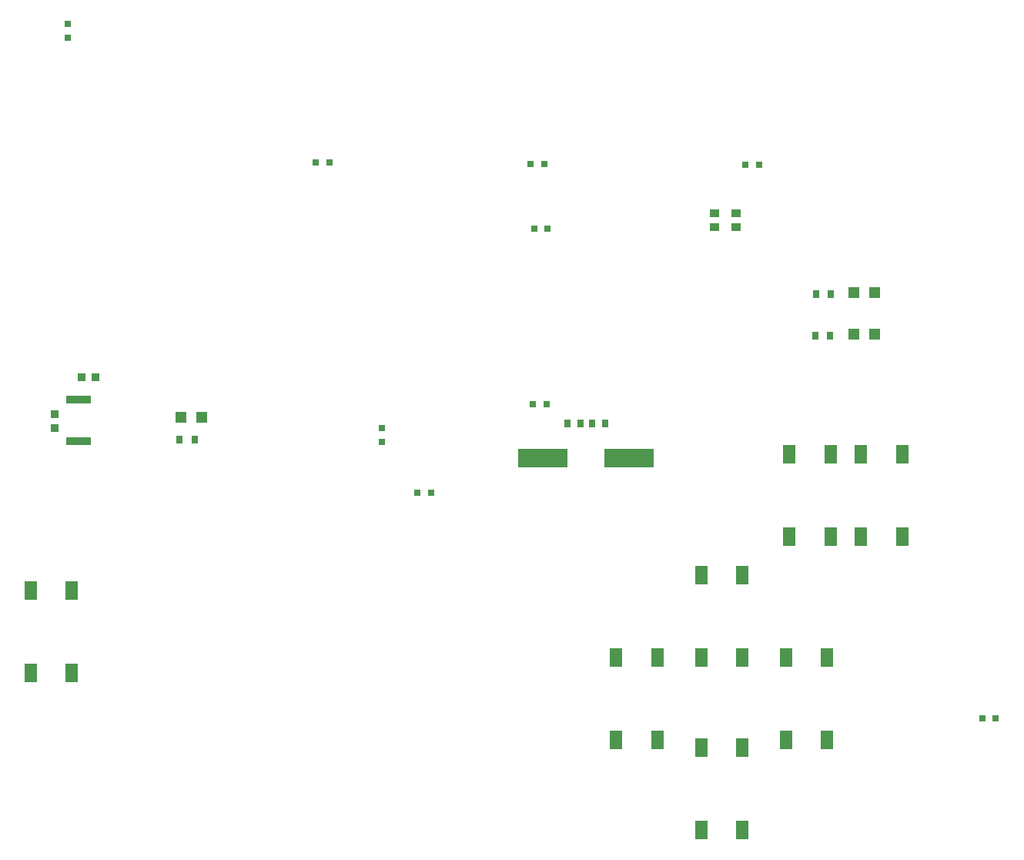
<source format=gbr>
G04*
G04 #@! TF.GenerationSoftware,Altium Limited,Altium Designer,23.3.1 (30)*
G04*
G04 Layer_Color=8421504*
%FSLAX44Y44*%
%MOMM*%
G71*
G04*
G04 #@! TF.SameCoordinates,AB4FAB72-6961-4B24-BA16-F6D923A68503*
G04*
G04*
G04 #@! TF.FilePolarity,Positive*
G04*
G01*
G75*
%ADD16R,5.5000X2.0000*%
%ADD17R,0.6604X0.9398*%
%ADD18R,0.8000X0.8000*%
%ADD19R,0.7900X0.9300*%
%ADD20R,1.1500X1.3000*%
%ADD21R,1.4000X2.1000*%
%ADD22R,0.8000X0.8000*%
%ADD23R,0.9800X0.8500*%
%ADD24R,2.8300X0.9700*%
G04:AMPARAMS|DCode=25|XSize=0.889mm|YSize=0.889mm|CornerRadius=0.1111mm|HoleSize=0mm|Usage=FLASHONLY|Rotation=0.000|XOffset=0mm|YOffset=0mm|HoleType=Round|Shape=RoundedRectangle|*
%AMROUNDEDRECTD25*
21,1,0.8890,0.6668,0,0,0.0*
21,1,0.6668,0.8890,0,0,0.0*
1,1,0.2223,0.3334,-0.3334*
1,1,0.2223,-0.3334,-0.3334*
1,1,0.2223,-0.3334,0.3334*
1,1,0.2223,0.3334,0.3334*
%
%ADD25ROUNDEDRECTD25*%
G04:AMPARAMS|DCode=26|XSize=0.889mm|YSize=0.889mm|CornerRadius=0.1111mm|HoleSize=0mm|Usage=FLASHONLY|Rotation=270.000|XOffset=0mm|YOffset=0mm|HoleType=Round|Shape=RoundedRectangle|*
%AMROUNDEDRECTD26*
21,1,0.8890,0.6668,0,0,270.0*
21,1,0.6668,0.8890,0,0,270.0*
1,1,0.2223,-0.3334,-0.3334*
1,1,0.2223,-0.3334,0.3334*
1,1,0.2223,0.3334,0.3334*
1,1,0.2223,0.3334,-0.3334*
%
%ADD26ROUNDEDRECTD26*%
D16*
X766570Y777240D02*
D03*
X861570D02*
D03*
D17*
X793496Y815340D02*
D03*
X807720D02*
D03*
X835152D02*
D03*
X820928D02*
D03*
D18*
X589280Y810140D02*
D03*
Y795140D02*
D03*
X244161Y1255097D02*
D03*
Y1240097D02*
D03*
D19*
X1083310Y957580D02*
D03*
X1066910D02*
D03*
X1082620Y911860D02*
D03*
X1066220D02*
D03*
X367283Y797779D02*
D03*
X383683D02*
D03*
D20*
X1131390Y913710D02*
D03*
X1108890D02*
D03*
X1131390Y959430D02*
D03*
X1108890D02*
D03*
X369083Y822521D02*
D03*
X391583D02*
D03*
D21*
X1161690Y691100D02*
D03*
Y782100D02*
D03*
X1116690D02*
D03*
Y691100D02*
D03*
X940795Y368520D02*
D03*
Y459520D02*
D03*
X985795D02*
D03*
Y368520D02*
D03*
X203560Y541240D02*
D03*
Y632240D02*
D03*
X248560D02*
D03*
Y541240D02*
D03*
X985795Y557750D02*
D03*
Y648750D02*
D03*
X940795D02*
D03*
Y557750D02*
D03*
X1079140Y467580D02*
D03*
Y558580D02*
D03*
X1034140D02*
D03*
Y467580D02*
D03*
X892450D02*
D03*
Y558580D02*
D03*
X847450D02*
D03*
Y467580D02*
D03*
X1082950Y691100D02*
D03*
Y782100D02*
D03*
X1037950D02*
D03*
Y691100D02*
D03*
D22*
X1264800Y491490D02*
D03*
X1249800D02*
D03*
X989450Y1099820D02*
D03*
X1004450D02*
D03*
X753230Y1101090D02*
D03*
X768230D02*
D03*
X517010Y1102360D02*
D03*
X532010D02*
D03*
X643770Y739140D02*
D03*
X628770D02*
D03*
X757040Y1029970D02*
D03*
X772040D02*
D03*
X770650Y836930D02*
D03*
X755650D02*
D03*
D23*
X979170Y1031360D02*
D03*
Y1046360D02*
D03*
X955040Y1031360D02*
D03*
Y1046360D02*
D03*
D24*
X256080Y796250D02*
D03*
Y842050D02*
D03*
D25*
X259080Y866140D02*
D03*
X274320D02*
D03*
D26*
X229870Y825500D02*
D03*
Y810260D02*
D03*
M02*

</source>
